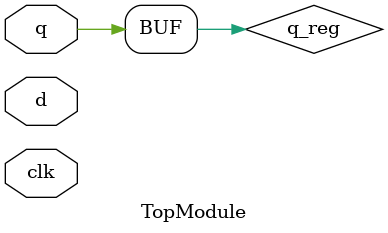
<source format=sv>
module TopModule (
    input logic clk,
    input logic d,
    input logic q
);
    logic q_reg;

    always @(posedge clk) begin
        q_reg <= d;
    end

    assign q = q_reg;

endmodule
</source>
